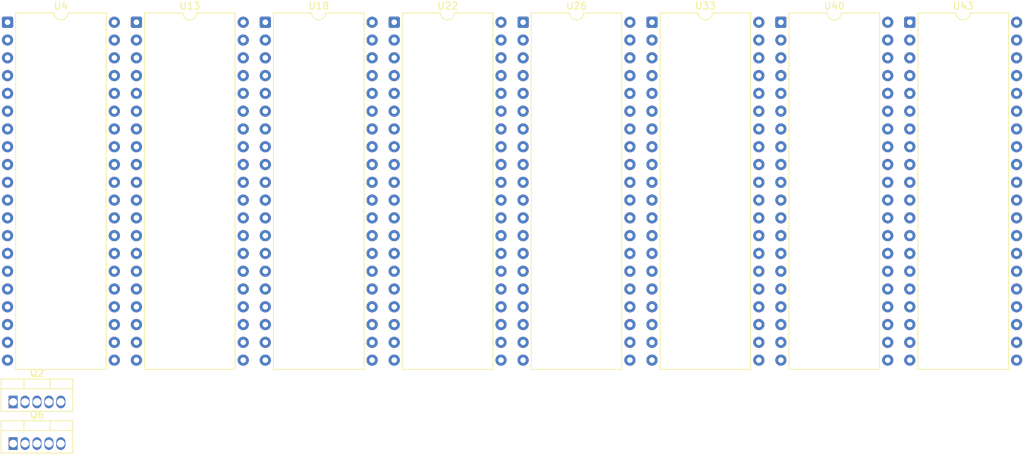
<source format=kicad_pcb>
(kicad_pcb (version 20241229) (generator "pcbnew") (generator_version "9.0")
  (layers (0 "F.Cu" signal) (2 "B.Cu" signal) (13 "F.Paste" user) (15 "B.Paste" user) (5 "F.SilkS" user "F.Silkscreen") (7 "B.SilkS" user "B.Silkscreen") (1 "F.Mask" user) (3 "B.Mask" user) (25 "Edge.Cuts" user))
  (net 0 "")
  (net 1 "HT")
  (net 4 "Net-(Q2-IN)")
  (net 8 "Net-(Q6-DG)")
  (net 10 "Net-(Q6-IN)")
  (net 11 "Net-(U4--5V)")
  (net 18 "Net-(U4-A2)")
  (net 22 "Net-(U4-A4)")
  (net 23 "Net-(U4-A3)")
  (net 24 "Net-(U1-VOUT2)")
  (net 26 "Net-(U4-A0)")
  (net 32 "Net-(U4-D4)")
  (net 37 "Net-(U4-A1)")
  (net 38 "Net-(U4-GND)")
  (net 39 "Net-(U4-D5)")
  (net 41 "Net-(U4-D7)")
  (net 43 "Net-(U4-A6)")
  (net 47 "Net-(U4-D6)")
  (net 48 "Net-(U4-A5)")
  (net 50 "Net-(U4-A7)")
  (net 51 "Net-(U13-ϕ2)")
  (net 57 "Net-(U12-EN)")
  (net 58 "Net-(U13-ϕ1)")
  (net 65 "Net-(U13-READY)")
  (net 66 "Net-(U13-INT)")
  (net 70 "Net-(U13-HOLD)")
  (net 83 "Net-(U13-RESET)")
  (net 94 "Net-(Q1-G)")
  (net 99 "Net-(U17-OUT)")
  (net 112 "Net-(U18-A10)")
  (net 113 "Net-(U17-GND)")
  (net 119 "Net-(U18-A11)")
  (net 132 "Net-(U21-RSTB)")
  (net 137 "Net-(U22--5V)")
  (net 151 "Net-(U21-GND)")
  (net 163 "Net-(U22-GND)")
  (net 174 "Net-(U24-VC)")
  (net 177 "Net-(U26-GND)")
  (net 209 "Net-(U24-VIN)")
  (net 218 "Net-(U33-A0)")
  (net 220 "Net-(U32-VINA)")
  (net 228 "Net-(U33-INT)")
  (net 229 "Net-(U33-READY)")
  (net 235 "Net-(U33-HOLD)")
  (net 249 "Net-(U33-A1)")
  (net 251 "Net-(U39-COM)")
  (net 256 "Net-(U36-GDRV)")
  (net 261 "Net-(U40-+12V)")
  (net 276 "Net-(U40-GND)")
  (net 287 "Net-(U37-VCCB)")
  (net 291 "Net-(U43-READY)")
  (net 298 "Net-(Q7-G)")
  (net 318 "Net-(U43-INT)")
  (footprint "Package_DIP:DIP-40_W15.24mm" (layer "F.Cu") (at 205.26 68.74)
    (property "Reference" "U43" (at 7.62 -2.33 0) (layer "F.SilkS"))
    (property "Value" "8080")
    (fp_line (start 1.16 -1.33) (end 1.16 49.59) (stroke (width 0.12)) (layer "F.SilkS"))
    (fp_line (start 1.16 49.59) (end 14.08 49.59) (stroke (width 0.12)) (layer "F.SilkS"))
    (fp_line (start 6.62 -1.33) (end 1.16 -1.33) (stroke (width 0.12)) (layer "F.SilkS"))
    (fp_line (start 14.08 -1.33) (end 8.62 -1.33) (stroke (width 0.12)) (layer "F.SilkS"))
    (fp_line (start 14.08 49.59) (end 14.08 -1.33) (stroke (width 0.12)) (layer "F.SilkS"))
    (fp_arc (start 8.62 -1.33) (mid 7.62 -0.33) (end 6.62 -1.33) (stroke (width 0.12)) (layer "F.SilkS"))
    (pad "1" thru_hole roundrect (at 0 0) (size 1.6 1.6) (drill 0.8) (layers "*.Cu" "*.Mask") (roundrect_rratio 0.15625))
    (pad "2" thru_hole circle (at 0 2.54) (size 1.6 1.6) (drill 0.8) (layers "*.Cu" "*.Mask"))
    (pad "3" thru_hole circle (at 0 5.08) (size 1.6 1.6) (drill 0.8) (layers "*.Cu" "*.Mask"))
    (pad "4" thru_hole circle (at 0 7.62) (size 1.6 1.6) (drill 0.8) (layers "*.Cu" "*.Mask"))
    (pad "5" thru_hole circle (at 0 10.16) (size 1.6 1.6) (drill 0.8) (layers "*.Cu" "*.Mask"))
    (pad "6" thru_hole circle (at 0 12.7) (size 1.6 1.6) (drill 0.8) (layers "*.Cu" "*.Mask"))
    (pad "7" thru_hole circle (at 0 15.24) (size 1.6 1.6) (drill 0.8) (layers "*.Cu" "*.Mask"))
    (pad "8" thru_hole circle (at 0 17.78) (size 1.6 1.6) (drill 0.8) (layers "*.Cu" "*.Mask"))
    (pad "9" thru_hole circle (at 0 20.32) (size 1.6 1.6) (drill 0.8) (layers "*.Cu" "*.Mask"))
    (pad "10" thru_hole circle (at 0 22.86) (size 1.6 1.6) (drill 0.8) (layers "*.Cu" "*.Mask"))
    (pad "11" thru_hole circle (at 0 25.4) (size 1.6 1.6) (drill 0.8) (layers "*.Cu" "*.Mask"))
    (pad "12" thru_hole circle (at 0 27.94) (size 1.6 1.6) (drill 0.8) (layers "*.Cu" "*.Mask"))
    (pad "13" thru_hole circle (at 0 30.48) (size 1.6 1.6) (drill 0.8) (layers "*.Cu" "*.Mask"))
    (pad "14" thru_hole circle (at 0 33.02) (size 1.6 1.6) (drill 0.8) (layers "*.Cu" "*.Mask") (net 318 "Net-(U43-INT)"))
    (pad "15" thru_hole circle (at 0 35.56) (size 1.6 1.6) (drill 0.8) (layers "*.Cu" "*.Mask"))
    (pad "16" thru_hole circle (at 0 38.1) (size 1.6 1.6) (drill 0.8) (layers "*.Cu" "*.Mask"))
    (pad "17" thru_hole circle (at 0 40.64) (size 1.6 1.6) (drill 0.8) (layers "*.Cu" "*.Mask"))
    (pad "18" thru_hole circle (at 0 43.18) (size 1.6 1.6) (drill 0.8) (layers "*.Cu" "*.Mask"))
    (pad "19" thru_hole circle (at 0 45.72) (size 1.6 1.6) (drill 0.8) (layers "*.Cu" "*.Mask"))
    (pad "20" thru_hole circle (at 0 48.26) (size 1.6 1.6) (drill 0.8) (layers "*.Cu" "*.Mask"))
    (pad "21" thru_hole circle (at 15.24 48.26) (size 1.6 1.6) (drill 0.8) (layers "*.Cu" "*.Mask"))
    (pad "22" thru_hole circle (at 15.24 45.72) (size 1.6 1.6) (drill 0.8) (layers "*.Cu" "*.Mask"))
    (pad "23" thru_hole circle (at 15.24 43.18) (size 1.6 1.6) (drill 0.8) (layers "*.Cu" "*.Mask") (net 291 "Net-(U43-READY)"))
    (pad "24" thru_hole circle (at 15.24 40.64) (size 1.6 1.6) (drill 0.8) (layers "*.Cu" "*.Mask"))
    (pad "25" thru_hole circle (at 15.24 38.1) (size 1.6 1.6) (drill 0.8) (layers "*.Cu" "*.Mask") (net 298 "Net-(Q7-G)"))
    (pad "26" thru_hole circle (at 15.24 35.56) (size 1.6 1.6) (drill 0.8) (layers "*.Cu" "*.Mask") (net 298 "Net-(Q7-G)"))
    (pad "27" thru_hole circle (at 15.24 33.02) (size 1.6 1.6) (drill 0.8) (layers "*.Cu" "*.Mask"))
    (pad "28" thru_hole circle (at 15.24 30.48) (size 1.6 1.6) (drill 0.8) (layers "*.Cu" "*.Mask"))
    (pad "29" thru_hole circle (at 15.24 27.94) (size 1.6 1.6) (drill 0.8) (layers "*.Cu" "*.Mask"))
    (pad "30" thru_hole circle (at 15.24 25.4) (size 1.6 1.6) (drill 0.8) (layers "*.Cu" "*.Mask"))
    (pad "31" thru_hole circle (at 15.24 22.86) (size 1.6 1.6) (drill 0.8) (layers "*.Cu" "*.Mask"))
    (pad "32" thru_hole circle (at 15.24 20.32) (size 1.6 1.6) (drill 0.8) (layers "*.Cu" "*.Mask"))
    (pad "33" thru_hole circle (at 15.24 17.78) (size 1.6 1.6) (drill 0.8) (layers "*.Cu" "*.Mask"))
    (pad "34" thru_hole circle (at 15.24 15.24) (size 1.6 1.6) (drill 0.8) (layers "*.Cu" "*.Mask"))
    (pad "35" thru_hole circle (at 15.24 12.7) (size 1.6 1.6) (drill 0.8) (layers "*.Cu" "*.Mask"))
    (pad "36" thru_hole circle (at 15.24 10.16) (size 1.6 1.6) (drill 0.8) (layers "*.Cu" "*.Mask"))
    (pad "37" thru_hole circle (at 15.24 7.62) (size 1.6 1.6) (drill 0.8) (layers "*.Cu" "*.Mask"))
    (pad "38" thru_hole circle (at 15.24 5.08) (size 1.6 1.6) (drill 0.8) (layers "*.Cu" "*.Mask"))
    (pad "39" thru_hole circle (at 15.24 2.54) (size 1.6 1.6) (drill 0.8) (layers "*.Cu" "*.Mask"))
    (pad "40" thru_hole circle (at 15.24 0) (size 1.6 1.6) (drill 0.8) (layers "*.Cu" "*.Mask"))
  )
  (footprint "Package_TO_SOT_THT:TO-220-5_Vertical" (layer "F.Cu") (at 77.33 122.97)
    (property "Reference" "Q2" (at 3.4 -4.1 0) (layer "F.SilkS"))
    (property "Value" "IPS6011PBF")
    (fp_line (start -1.71 -3.26) (end 8.51 -3.26) (stroke (width 0.12)) (layer "F.SilkS"))
    (fp_line (start -1.71 -1.88) (end 8.51 -1.88) (stroke (width 0.12)) (layer "F.SilkS"))
    (fp_line (start -1.71 1.36) (end -1.71 -3.26) (stroke (width 0.12)) (layer "F.SilkS"))
    (fp_line (start 1.55 -3.26) (end 1.55 -1.88) (stroke (width 0.12)) (layer "F.SilkS"))
    (fp_line (start 5.25 -3.26) (end 5.25 -1.88) (stroke (width 0.12)) (layer "F.SilkS"))
    (fp_line (start 8.51 -3.26) (end 8.51 1.36) (stroke (width 0.12)) (layer "F.SilkS"))
    (fp_line (start 8.51 1.36) (end -1.71 1.36) (stroke (width 0.12)) (layer "F.SilkS"))
    (pad "1" thru_hole rect (at 0 0) (size 1.275 1.8) (drill 1.1) (layers "*.Cu" "*.Mask"))
    (pad "2" thru_hole oval (at 1.7 0) (size 1.275 1.8) (drill 1.1) (layers "*.Cu" "*.Mask") (net 4 "Net-(Q2-IN)"))
    (pad "3" thru_hole oval (at 3.4 0) (size 1.275 1.8) (drill 1.1) (layers "*.Cu" "*.Mask") (net 1 "HT"))
    (pad "4" thru_hole oval (at 5.1 0) (size 1.275 1.8) (drill 1.1) (layers "*.Cu" "*.Mask"))
    (pad "5" thru_hole oval (at 6.8 0) (size 1.275 1.8) (drill 1.1) (layers "*.Cu" "*.Mask"))
  )
  (footprint "Package_DIP:DIP-40_W15.24mm" (layer "F.Cu") (at 113.31 68.74)
    (property "Reference" "U18" (at 7.62 -2.33 0) (layer "F.SilkS"))
    (property "Value" "8080")
    (fp_line (start 1.16 -1.33) (end 1.16 49.59) (stroke (width 0.12)) (layer "F.SilkS"))
    (fp_line (start 1.16 49.59) (end 14.08 49.59) (stroke (width 0.12)) (layer "F.SilkS"))
    (fp_line (start 6.62 -1.33) (end 1.16 -1.33) (stroke (width 0.12)) (layer "F.SilkS"))
    (fp_line (start 14.08 -1.33) (end 8.62 -1.33) (stroke (width 0.12)) (layer "F.SilkS"))
    (fp_line (start 14.08 49.59) (end 14.08 -1.33) (stroke (width 0.12)) (layer "F.SilkS"))
    (fp_arc (start 8.62 -1.33) (mid 7.62 -0.33) (end 6.62 -1.33) (stroke (width 0.12)) (layer "F.SilkS"))
    (pad "1" thru_hole roundrect (at 0 0) (size 1.6 1.6) (drill 0.8) (layers "*.Cu" "*.Mask") (roundrect_rratio 0.15625) (net 112 "Net-(U18-A10)"))
    (pad "2" thru_hole circle (at 0 2.54) (size 1.6 1.6) (drill 0.8) (layers "*.Cu" "*.Mask") (net 99 "Net-(U17-OUT)"))
    (pad "3" thru_hole circle (at 0 5.08) (size 1.6 1.6) (drill 0.8) (layers "*.Cu" "*.Mask"))
    (pad "4" thru_hole circle (at 0 7.62) (size 1.6 1.6) (drill 0.8) (layers "*.Cu" "*.Mask"))
    (pad "5" thru_hole circle (at 0 10.16) (size 1.6 1.6) (drill 0.8) (layers "*.Cu" "*.Mask"))
    (pad "6" thru_hole circle (at 0 12.7) (size 1.6 1.6) (drill 0.8) (layers "*.Cu" "*.Mask"))
    (pad "7" thru_hole circle (at 0 15.24) (size 1.6 1.6) (drill 0.8) (layers "*.Cu" "*.Mask"))
    (pad "8" thru_hole circle (at 0 17.78) (size 1.6 1.6) (drill 0.8) (layers "*.Cu" "*.Mask"))
    (pad "9" thru_hole circle (at 0 20.32) (size 1.6 1.6) (drill 0.8) (layers "*.Cu" "*.Mask"))
    (pad "10" thru_hole circle (at 0 22.86) (size 1.6 1.6) (drill 0.8) (layers "*.Cu" "*.Mask"))
    (pad "11" thru_hole circle (at 0 25.4) (size 1.6 1.6) (drill 0.8) (layers "*.Cu" "*.Mask") (net 113 "Net-(U17-GND)"))
    (pad "12" thru_hole circle (at 0 27.94) (size 1.6 1.6) (drill 0.8) (layers "*.Cu" "*.Mask"))
    (pad "13" thru_hole circle (at 0 30.48) (size 1.6 1.6) (drill 0.8) (layers "*.Cu" "*.Mask"))
    (pad "14" thru_hole circle (at 0 33.02) (size 1.6 1.6) (drill 0.8) (layers "*.Cu" "*.Mask"))
    (pad "15" thru_hole circle (at 0 35.56) (size 1.6 1.6) (drill 0.8) (layers "*.Cu" "*.Mask"))
    (pad "16" thru_hole circle (at 0 38.1) (size 1.6 1.6) (drill 0.8) (layers "*.Cu" "*.Mask"))
    (pad "17" thru_hole circle (at 0 40.64) (size 1.6 1.6) (drill 0.8) (layers "*.Cu" "*.Mask") (net 94 "Net-(Q1-G)"))
    (pad "18" thru_hole circle (at 0 43.18) (size 1.6 1.6) (drill 0.8) (layers "*.Cu" "*.Mask"))
    (pad "19" thru_hole circle (at 0 45.72) (size 1.6 1.6) (drill 0.8) (layers "*.Cu" "*.Mask"))
    (pad "20" thru_hole circle (at 0 48.26) (size 1.6 1.6) (drill 0.8) (layers "*.Cu" "*.Mask"))
    (pad "21" thru_hole circle (at 15.24 48.26) (size 1.6 1.6) (drill 0.8) (layers "*.Cu" "*.Mask"))
    (pad "22" thru_hole circle (at 15.24 45.72) (size 1.6 1.6) (drill 0.8) (layers "*.Cu" "*.Mask"))
    (pad "23" thru_hole circle (at 15.24 43.18) (size 1.6 1.6) (drill 0.8) (layers "*.Cu" "*.Mask"))
    (pad "24" thru_hole circle (at 15.24 40.64) (size 1.6 1.6) (drill 0.8) (layers "*.Cu" "*.Mask"))
    (pad "25" thru_hole circle (at 15.24 38.1) (size 1.6 1.6) (drill 0.8) (layers "*.Cu" "*.Mask"))
    (pad "26" thru_hole circle (at 15.24 35.56) (size 1.6 1.6) (drill 0.8) (layers "*.Cu" "*.Mask"))
    (pad "27" thru_hole circle (at 15.24 33.02) (size 1.6 1.6) (drill 0.8) (layers "*.Cu" "*.Mask"))
    (pad "28" thru_hole circle (at 15.24 30.48) (size 1.6 1.6) (drill 0.8) (layers "*.Cu" "*.Mask"))
    (pad "29" thru_hole circle (at 15.24 27.94) (size 1.6 1.6) (drill 0.8) (layers "*.Cu" "*.Mask"))
    (pad "30" thru_hole circle (at 15.24 25.4) (size 1.6 1.6) (drill 0.8) (layers "*.Cu" "*.Mask"))
    (pad "31" thru_hole circle (at 15.24 22.86) (size 1.6 1.6) (drill 0.8) (layers "*.Cu" "*.Mask"))
    (pad "32" thru_hole circle (at 15.24 20.32) (size 1.6 1.6) (drill 0.8) (layers "*.Cu" "*.Mask"))
    (pad "33" thru_hole circle (at 15.24 17.78) (size 1.6 1.6) (drill 0.8) (layers "*.Cu" "*.Mask"))
    (pad "34" thru_hole circle (at 15.24 15.24) (size 1.6 1.6) (drill 0.8) (layers "*.Cu" "*.Mask"))
    (pad "35" thru_hole circle (at 15.24 12.7) (size 1.6 1.6) (drill 0.8) (layers "*.Cu" "*.Mask"))
    (pad "36" thru_hole circle (at 15.24 10.16) (size 1.6 1.6) (drill 0.8) (layers "*.Cu" "*.Mask"))
    (pad "37" thru_hole circle (at 15.24 7.62) (size 1.6 1.6) (drill 0.8) (layers "*.Cu" "*.Mask"))
    (pad "38" thru_hole circle (at 15.24 5.08) (size 1.6 1.6) (drill 0.8) (layers "*.Cu" "*.Mask"))
    (pad "39" thru_hole circle (at 15.24 2.54) (size 1.6 1.6) (drill 0.8) (layers "*.Cu" "*.Mask"))
    (pad "40" thru_hole circle (at 15.24 0) (size 1.6 1.6) (drill 0.8) (layers "*.Cu" "*.Mask") (net 119 "Net-(U18-A11)"))
  )
  (footprint "Package_DIP:DIP-40_W15.24mm" (layer "F.Cu") (at 150.09 68.74)
    (property "Reference" "U26" (at 7.62 -2.33 0) (layer "F.SilkS"))
    (property "Value" "8080")
    (fp_line (start 1.16 -1.33) (end 1.16 49.59) (stroke (width 0.12)) (layer "F.SilkS"))
    (fp_line (start 1.16 49.59) (end 14.08 49.59) (stroke (width 0.12)) (layer "F.SilkS"))
    (fp_line (start 6.62 -1.33) (end 1.16 -1.33) (stroke (width 0.12)) (layer "F.SilkS"))
    (fp_line (start 14.08 -1.33) (end 8.62 -1.33) (stroke (width 0.12)) (layer "F.SilkS"))
    (fp_line (start 14.08 49.59) (end 14.08 -1.33) (stroke (width 0.12)) (layer "F.SilkS"))
    (fp_arc (start 8.62 -1.33) (mid 7.62 -0.33) (end 6.62 -1.33) (stroke (width 0.12)) (layer "F.SilkS"))
    (pad "1" thru_hole roundrect (at 0 0) (size 1.6 1.6) (drill 0.8) (layers "*.Cu" "*.Mask") (roundrect_rratio 0.15625))
    (pad "2" thru_hole circle (at 0 2.54) (size 1.6 1.6) (drill 0.8) (layers "*.Cu" "*.Mask") (net 177 "Net-(U26-GND)"))
    (pad "3" thru_hole circle (at 0 5.08) (size 1.6 1.6) (drill 0.8) (layers "*.Cu" "*.Mask"))
    (pad "4" thru_hole circle (at 0 7.62) (size 1.6 1.6) (drill 0.8) (layers "*.Cu" "*.Mask"))
    (pad "5" thru_hole circle (at 0 10.16) (size 1.6 1.6) (drill 0.8) (layers "*.Cu" "*.Mask"))
    (pad "6" thru_hole circle (at 0 12.7) (size 1.6 1.6) (drill 0.8) (layers "*.Cu" "*.Mask"))
    (pad "7" thru_hole circle (at 0 15.24) (size 1.6 1.6) (drill 0.8) (layers "*.Cu" "*.Mask"))
    (pad "8" thru_hole circle (at 0 17.78) (size 1.6 1.6) (drill 0.8) (layers "*.Cu" "*.Mask"))
    (pad "9" thru_hole circle (at 0 20.32) (size 1.6 1.6) (drill 0.8) (layers "*.Cu" "*.Mask"))
    (pad "10" thru_hole circle (at 0 22.86) (size 1.6 1.6) (drill 0.8) (layers "*.Cu" "*.Mask"))
    (pad "11" thru_hole circle (at 0 25.4) (size 1.6 1.6) (drill 0.8) (layers "*.Cu" "*.Mask"))
    (pad "12" thru_hole circle (at 0 27.94) (size 1.6 1.6) (drill 0.8) (layers "*.Cu" "*.Mask"))
    (pad "13" thru_hole circle (at 0 30.48) (size 1.6 1.6) (drill 0.8) (layers "*.Cu" "*.Mask"))
    (pad "14" thru_hole circle (at 0 33.02) (size 1.6 1.6) (drill 0.8) (layers "*.Cu" "*.Mask"))
    (pad "15" thru_hole circle (at 0 35.56) (size 1.6 1.6) (drill 0.8) (layers "*.Cu" "*.Mask"))
    (pad "16" thru_hole circle (at 0 38.1) (size 1.6 1.6) (drill 0.8) (layers "*.Cu" "*.Mask"))
    (pad "17" thru_hole circle (at 0 40.64) (size 1.6 1.6) (drill 0.8) (layers "*.Cu" "*.Mask"))
    (pad "18" thru_hole circle (at 0 43.18) (size 1.6 1.6) (drill 0.8) (layers "*.Cu" "*.Mask"))
    (pad "19" thru_hole circle (at 0 45.72) (size 1.6 1.6) (drill 0.8) (layers "*.Cu" "*.Mask"))
    (pad "20" thru_hole circle (at 0 48.26) (size 1.6 1.6) (drill 0.8) (layers "*.Cu" "*.Mask") (net 209 "Net-(U24-VIN)"))
    (pad "21" thru_hole circle (at 15.24 48.26) (size 1.6 1.6) (drill 0.8) (layers "*.Cu" "*.Mask"))
    (pad "22" thru_hole circle (at 15.24 45.72) (size 1.6 1.6) (drill 0.8) (layers "*.Cu" "*.Mask"))
    (pad "23" thru_hole circle (at 15.24 43.18) (size 1.6 1.6) (drill 0.8) (layers "*.Cu" "*.Mask"))
    (pad "24" thru_hole circle (at 15.24 40.64) (size 1.6 1.6) (drill 0.8) (layers "*.Cu" "*.Mask"))
    (pad "25" thru_hole circle (at 15.24 38.1) (size 1.6 1.6) (drill 0.8) (layers "*.Cu" "*.Mask"))
    (pad "26" thru_hole circle (at 15.24 35.56) (size 1.6 1.6) (drill 0.8) (layers "*.Cu" "*.Mask"))
    (pad "27" thru_hole circle (at 15.24 33.02) (size 1.6 1.6) (drill 0.8) (layers "*.Cu" "*.Mask"))
    (pad "28" thru_hole circle (at 15.24 30.48) (size 1.6 1.6) (drill 0.8) (layers "*.Cu" "*.Mask") (net 174 "Net-(U24-VC)"))
    (pad "29" thru_hole circle (at 15.24 27.94) (size 1.6 1.6) (drill 0.8) (layers "*.Cu" "*.Mask"))
    (pad "30" thru_hole circle (at 15.24 25.4) (size 1.6 1.6) (drill 0.8) (layers "*.Cu" "*.Mask"))
    (pad "31" thru_hole circle (at 15.24 22.86) (size 1.6 1.6) (drill 0.8) (layers "*.Cu" "*.Mask"))
    (pad "32" thru_hole circle (at 15.24 20.32) (size 1.6 1.6) (drill 0.8) (layers "*.Cu" "*.Mask"))
    (pad "33" thru_hole circle (at 15.24 17.78) (size 1.6 1.6) (drill 0.8) (layers "*.Cu" "*.Mask"))
    (pad "34" thru_hole circle (at 15.24 15.24) (size 1.6 1.6) (drill 0.8) (layers "*.Cu" "*.Mask"))
    (pad "35" thru_hole circle (at 15.24 12.7) (size 1.6 1.6) (drill 0.8) (layers "*.Cu" "*.Mask"))
    (pad "36" thru_hole circle (at 15.24 10.16) (size 1.6 1.6) (drill 0.8) (layers "*.Cu" "*.Mask"))
    (pad "37" thru_hole circle (at 15.24 7.62) (size 1.6 1.6) (drill 0.8) (layers "*.Cu" "*.Mask"))
    (pad "38" thru_hole circle (at 15.24 5.08) (size 1.6 1.6) (drill 0.8) (layers "*.Cu" "*.Mask"))
    (pad "39" thru_hole circle (at 15.24 2.54) (size 1.6 1.6) (drill 0.8) (layers "*.Cu" "*.Mask"))
    (pad "40" thru_hole circle (at 15.24 0) (size 1.6 1.6) (drill 0.8) (layers "*.Cu" "*.Mask"))
  )
  (footprint "Package_DIP:DIP-40_W15.24mm" (layer "F.Cu") (at 94.92 68.74)
    (property "Reference" "U13" (at 7.62 -2.33 0) (layer "F.SilkS"))
    (property "Value" "8080")
    (fp_line (start 1.16 -1.33) (end 1.16 49.59) (stroke (width 0.12)) (layer "F.SilkS"))
    (fp_line (start 1.16 49.59) (end 14.08 49.59) (stroke (width 0.12)) (layer "F.SilkS"))
    (fp_line (start 6.62 -1.33) (end 1.16 -1.33) (stroke (width 0.12)) (layer "F.SilkS"))
    (fp_line (start 14.08 -1.33) (end 8.62 -1.33) (stroke (width 0.12)) (layer "F.SilkS"))
    (fp_line (start 14.08 49.59) (end 14.08 -1.33) (stroke (width 0.12)) (layer "F.SilkS"))
    (fp_arc (start 8.62 -1.33) (mid 7.62 -0.33) (end 6.62 -1.33) (stroke (width 0.12)) (layer "F.SilkS"))
    (pad "1" thru_hole roundrect (at 0 0) (size 1.6 1.6) (drill 0.8) (layers "*.Cu" "*.Mask") (roundrect_rratio 0.15625))
    (pad "2" thru_hole circle (at 0 2.54) (size 1.6 1.6) (drill 0.8) (layers "*.Cu" "*.Mask"))
    (pad "3" thru_hole circle (at 0 5.08) (size 1.6 1.6) (drill 0.8) (layers "*.Cu" "*.Mask"))
    (pad "4" thru_hole circle (at 0 7.62) (size 1.6 1.6) (drill 0.8) (layers "*.Cu" "*.Mask"))
    (pad "5" thru_hole circle (at 0 10.16) (size 1.6 1.6) (drill 0.8) (layers "*.Cu" "*.Mask"))
    (pad "6" thru_hole circle (at 0 12.7) (size 1.6 1.6) (drill 0.8) (layers "*.Cu" "*.Mask"))
    (pad "7" thru_hole circle (at 0 15.24) (size 1.6 1.6) (drill 0.8) (layers "*.Cu" "*.Mask"))
    (pad "8" thru_hole circle (at 0 17.78) (size 1.6 1.6) (drill 0.8) (layers "*.Cu" "*.Mask"))
    (pad "9" thru_hole circle (at 0 20.32) (size 1.6 1.6) (drill 0.8) (layers "*.Cu" "*.Mask"))
    (pad "10" thru_hole circle (at 0 22.86) (size 1.6 1.6) (drill 0.8) (layers "*.Cu" "*.Mask"))
    (pad "11" thru_hole circle (at 0 25.4) (size 1.6 1.6) (drill 0.8) (layers "*.Cu" "*.Mask"))
    (pad "12" thru_hole circle (at 0 27.94) (size 1.6 1.6) (drill 0.8) (layers "*.Cu" "*.Mask") (net 83 "Net-(U13-RESET)"))
    (pad "13" thru_hole circle (at 0 30.48) (size 1.6 1.6) (drill 0.8) (layers "*.Cu" "*.Mask") (net 70 "Net-(U13-HOLD)"))
    (pad "14" thru_hole circle (at 0 33.02) (size 1.6 1.6) (drill 0.8) (layers "*.Cu" "*.Mask") (net 66 "Net-(U13-INT)"))
    (pad "15" thru_hole circle (at 0 35.56) (size 1.6 1.6) (drill 0.8) (layers "*.Cu" "*.Mask") (net 51 "Net-(U13-ϕ2)"))
    (pad "16" thru_hole circle (at 0 38.1) (size 1.6 1.6) (drill 0.8) (layers "*.Cu" "*.Mask"))
    (pad "17" thru_hole circle (at 0 40.64) (size 1.6 1.6) (drill 0.8) (layers "*.Cu" "*.Mask"))
    (pad "18" thru_hole circle (at 0 43.18) (size 1.6 1.6) (drill 0.8) (layers "*.Cu" "*.Mask"))
    (pad "19" thru_hole circle (at 0 45.72) (size 1.6 1.6) (drill 0.8) (layers "*.Cu" "*.Mask"))
    (pad "20" thru_hole circle (at 0 48.26) (size 1.6 1.6) (drill 0.8) (layers "*.Cu" "*.Mask") (net 57 "Net-(U12-EN)"))
    (pad "21" thru_hole circle (at 15.24 48.26) (size 1.6 1.6) (drill 0.8) (layers "*.Cu" "*.Mask"))
    (pad "22" thru_hole circle (at 15.24 45.72) (size 1.6 1.6) (drill 0.8) (layers "*.Cu" "*.Mask") (net 58 "Net-(U13-ϕ1)"))
    (pad "23" thru_hole circle (at 15.24 43.18) (size 1.6 1.6) (drill 0.8) (layers "*.Cu" "*.Mask") (net 65 "Net-(U13-READY)"))
    (pad "24" thru_hole circle (at 15.24 40.64) (size 1.6 1.6) (drill 0.8) (layers "*.Cu" "*.Mask"))
    (pad "25" thru_hole circle (at 15.24 38.1) (size 1.6 1.6) (drill 0.8) (layers "*.Cu" "*.Mask"))
    (pad "26" thru_hole circle (at 15.24 35.56) (size 1.6 1.6) (drill 0.8) (layers "*.Cu" "*.Mask"))
    (pad "27" thru_hole circle (at 15.24 33.02) (size 1.6 1.6) (drill 0.8) (layers "*.Cu" "*.Mask"))
    (pad "28" thru_hole circle (at 15.24 30.48) (size 1.6 1.6) (drill 0.8) (layers "*.Cu" "*.Mask"))
    (pad "29" thru_hole circle (at 15.24 27.94) (size 1.6 1.6) (drill 0.8) (layers "*.Cu" "*.Mask"))
    (pad "30" thru_hole circle (at 15.24 25.4) (size 1.6 1.6) (drill 0.8) (layers "*.Cu" "*.Mask"))
    (pad "31" thru_hole circle (at 15.24 22.86) (size 1.6 1.6) (drill 0.8) (layers "*.Cu" "*.Mask"))
    (pad "32" thru_hole circle (at 15.24 20.32) (size 1.6 1.6) (drill 0.8) (layers "*.Cu" "*.Mask"))
    (pad "33" thru_hole circle (at 15.24 17.78) (size 1.6 1.6) (drill 0.8) (layers "*.Cu" "*.Mask"))
    (pad "34" thru_hole circle (at 15.24 15.24) (size 1.6 1.6) (drill 0.8) (layers "*.Cu" "*.Mask"))
    (pad "35" thru_hole circle (at 15.24 12.7) (size 1.6 1.6) (drill 0.8) (layers "*.Cu" "*.Mask"))
    (pad "36" thru_hole circle (at 15.24 10.16) (size 1.6 1.6) (drill 0.8) (layers "*.Cu" "*.Mask"))
    (pad "37" thru_hole circle (at 15.24 7.62) (size 1.6 1.6) (drill 0.8) (layers "*.Cu" "*.Mask"))
    (pad "38" thru_hole circle (at 15.24 5.08) (size 1.6 1.6) (drill 0.8) (layers "*.Cu" "*.Mask"))
    (pad "39" thru_hole circle (at 15.24 2.54) (size 1.6 1.6) (drill 0.8) (layers "*.Cu" "*.Mask"))
    (pad "40" thru_hole circle (at 15.24 0) (size 1.6 1.6) (drill 0.8) (layers "*.Cu" "*.Mask"))
  )
  (footprint "Package_DIP:DIP-40_W15.24mm" (layer "F.Cu") (at 186.87 68.74)
    (property "Reference" "U40" (at 7.62 -2.33 0) (layer "F.SilkS"))
    (property "Value" "8080")
    (fp_line (start 1.16 -1.33) (end 1.16 49.59) (stroke (width 0.12)) (layer "F.SilkS"))
    (fp_line (start 1.16 49.59) (end 14.08 49.59) (stroke (width 0.12)) (layer "F.SilkS"))
    (fp_line (start 6.62 -1.33) (end 1.16 -1.33) (stroke (width 0.12)) (layer "F.SilkS"))
    (fp_line (start 14.08 -1.33) (end 8.62 -1.33) (stroke (width 0.12)) (layer "F.SilkS"))
    (fp_line (start 14.08 49.59) (end 14.08 -1.33) (stroke (width 0.12)) (layer "F.SilkS"))
    (fp_arc (start 8.62 -1.33) (mid 7.62 -0.33) (end 6.62 -1.33) (stroke (width 0.12)) (layer "F.SilkS"))
    (pad "1" thru_hole roundrect (at 0 0) (size 1.6 1.6) (drill 0.8) (layers "*.Cu" "*.Mask") (roundrect_rratio 0.15625))
    (pad "2" thru_hole circle (at 0 2.54) (size 1.6 1.6) (drill 0.8) (layers "*.Cu" "*.Mask") (net 276 "Net-(U40-GND)"))
    (pad "3" thru_hole circle (at 0 5.08) (size 1.6 1.6) (drill 0.8) (layers "*.Cu" "*.Mask"))
    (pad "4" thru_hole circle (at 0 7.62) (size 1.6 1.6) (drill 0.8) (layers "*.Cu" "*.Mask"))
    (pad "5" thru_hole circle (at 0 10.16) (size 1.6 1.6) (drill 0.8) (layers "*.Cu" "*.Mask"))
    (pad "6" thru_hole circle (at 0 12.7) (size 1.6 1.6) (drill 0.8) (layers "*.Cu" "*.Mask"))
    (pad "7" thru_hole circle (at 0 15.24) (size 1.6 1.6) (drill 0.8) (layers "*.Cu" "*.Mask"))
    (pad "8" thru_hole circle (at 0 17.78) (size 1.6 1.6) (drill 0.8) (layers "*.Cu" "*.Mask"))
    (pad "9" thru_hole circle (at 0 20.32) (size 1.6 1.6) (drill 0.8) (layers "*.Cu" "*.Mask"))
    (pad "10" thru_hole circle (at 0 22.86) (size 1.6 1.6) (drill 0.8) (layers "*.Cu" "*.Mask"))
    (pad "11" thru_hole circle (at 0 25.4) (size 1.6 1.6) (drill 0.8) (layers "*.Cu" "*.Mask"))
    (pad "12" thru_hole circle (at 0 27.94) (size 1.6 1.6) (drill 0.8) (layers "*.Cu" "*.Mask"))
    (pad "13" thru_hole circle (at 0 30.48) (size 1.6 1.6) (drill 0.8) (layers "*.Cu" "*.Mask"))
    (pad "14" thru_hole circle (at 0 33.02) (size 1.6 1.6) (drill 0.8) (layers "*.Cu" "*.Mask"))
    (pad "15" thru_hole circle (at 0 35.56) (size 1.6 1.6) (drill 0.8) (layers "*.Cu" "*.Mask") (net 287 "Net-(U37-VCCB)"))
    (pad "16" thru_hole circle (at 0 38.1) (size 1.6 1.6) (drill 0.8) (layers "*.Cu" "*.Mask"))
    (pad "17" thru_hole circle (at 0 40.64) (size 1.6 1.6) (drill 0.8) (layers "*.Cu" "*.Mask"))
    (pad "18" thru_hole circle (at 0 43.18) (size 1.6 1.6) (drill 0.8) (layers "*.Cu" "*.Mask"))
    (pad "19" thru_hole circle (at 0 45.72) (size 1.6 1.6) (drill 0.8) (layers "*.Cu" "*.Mask"))
    (pad "20" thru_hole circle (at 0 48.26) (size 1.6 1.6) (drill 0.8) (layers "*.Cu" "*.Mask") (net 251 "Net-(U39-COM)"))
    (pad "21" thru_hole circle (at 15.24 48.26) (size 1.6 1.6) (drill 0.8) (layers "*.Cu" "*.Mask"))
    (pad "22" thru_hole circle (at 15.24 45.72) (size 1.6 1.6) (drill 0.8) (layers "*.Cu" "*.Mask") (net 256 "Net-(U36-GDRV)"))
    (pad "23" thru_hole circle (at 15.24 43.18) (size 1.6 1.6) (drill 0.8) (layers "*.Cu" "*.Mask"))
    (pad "24" thru_hole circle (at 15.24 40.64) (size 1.6 1.6) (drill 0.8) (layers "*.Cu" "*.Mask"))
    (pad "25" thru_hole circle (at 15.24 38.1) (size 1.6 1.6) (drill 0.8) (layers "*.Cu" "*.Mask"))
    (pad "26" thru_hole circle (at 15.24 35.56) (size 1.6 1.6) (drill 0.8) (layers "*.Cu" "*.Mask"))
    (pad "27" thru_hole circle (at 15.24 33.02) (size 1.6 1.6) (drill 0.8) (layers "*.Cu" "*.Mask"))
    (pad "28" thru_hole circle (at 15.24 30.48) (size 1.6 1.6) (drill 0.8) (layers "*.Cu" "*.Mask") (net 261 "Net-(U40-+12V)"))
    (pad "29" thru_hole circle (at 15.24 27.94) (size 1.6 1.6) (drill 0.8) (layers "*.Cu" "*.Mask"))
    (pad "30" thru_hole circle (at 15.24 25.4) (size 1.6 1.6) (drill 0.8) (layers "*.Cu" "*.Mask"))
    (pad "31" thru_hole circle (at 15.24 22.86) (size 1.6 1.6) (drill 0.8) (layers "*.Cu" "*.Mask"))
    (pad "32" thru_hole circle (at 15.24 20.32) (size 1.6 1.6) (drill 0.8) (layers "*.Cu" "*.Mask"))
    (pad "33" thru_hole circle (at 15.24 17.78) (size 1.6 1.6) (drill 0.8) (layers "*.Cu" "*.Mask"))
    (pad "34" thru_hole circle (at 15.24 15.24) (size 1.6 1.6) (drill 0.8) (layers "*.Cu" "*.Mask"))
    (pad "35" thru_hole circle (at 15.24 12.7) (size 1.6 1.6) (drill 0.8) (layers "*.Cu" "*.Mask"))
    (pad "36" thru_hole circle (at 15.24 10.16) (size 1.6 1.6) (drill 0.8) (layers "*.Cu" "*.Mask"))
    (pad "37" thru_hole circle (at 15.24 7.62) (size 1.6 1.6) (drill 0.8) (layers "*.Cu" "*.Mask"))
    (pad "38" thru_hole circle (at 15.24 5.08) (size 1.6 1.6) (drill 0.8) (layers "*.Cu" "*.Mask"))
    (pad "39" thru_hole circle (at 15.24 2.54) (size 1.6 1.6) (drill 0.8) (layers "*.Cu" "*.Mask"))
    (pad "40" thru_hole circle (at 15.24 0) (size 1.6 1.6) (drill 0.8) (layers "*.Cu" "*.Mask"))
  )
  (footprint "Package_DIP:DIP-40_W15.24mm" (layer "F.Cu") (at 131.7 68.74)
    (property "Reference" "U22" (at 7.62 -2.33 0) (layer "F.SilkS"))
    (property "Value" "8080")
    (fp_line (start 1.16 -1.33) (end 1.16 49.59) (stroke (width 0.12)) (layer "F.SilkS"))
    (fp_line (start 1.16 49.59) (end 14.08 49.59) (stroke (width 0.12)) (layer "F.SilkS"))
    (fp_line (start 6.62 -1.33) (end 1.16 -1.33) (stroke (width 0.12)) (layer "F.SilkS"))
    (fp_line (start 14.08 -1.33) (end 8.62 -1.33) (stroke (width 0.12)) (layer "F.SilkS"))
    (fp_line (start 14.08 49.59) (end 14.08 -1.33) (stroke (width 0.12)) (layer "F.SilkS"))
    (fp_arc (start 8.62 -1.33) (mid 7.62 -0.33) (end 6.62 -1.33) (stroke (width 0.12)) (layer "F.SilkS"))
    (pad "1" thru_hole roundrect (at 0 0) (size 1.6 1.6) (drill 0.8) (layers "*.Cu" "*.Mask") (roundrect_rratio 0.15625))
    (pad "2" thru_hole circle (at 0 2.54) (size 1.6 1.6) (drill 0.8) (layers "*.Cu" "*.Mask") (net 163 "Net-(U22-GND)"))
    (pad "3" thru_hole circle (at 0 5.08) (size 1.6 1.6) (drill 0.8) (layers "*.Cu" "*.Mask"))
    (pad "4" thru_hole circle (at 0 7.62) (size 1.6 1.6) (drill 0.8) (layers "*.Cu" "*.Mask"))
    (pad "5" thru_hole circle (at 0 10.16) (size 1.6 1.6) (drill 0.8) (layers "*.Cu" "*.Mask"))
    (pad "6" thru_hole circle (at 0 12.7) (size 1.6 1.6) (drill 0.8) (layers "*.Cu" "*.Mask"))
    (pad "7" thru_hole circle (at 0 15.24) (size 1.6 1.6) (drill 0.8) (layers "*.Cu" "*.Mask"))
    (pad "8" thru_hole circle (at 0 17.78) (size 1.6 1.6) (drill 0.8) (layers "*.Cu" "*.Mask"))
    (pad "9" thru_hole circle (at 0 20.32) (size 1.6 1.6) (drill 0.8) (layers "*.Cu" "*.Mask"))
    (pad "10" thru_hole circle (at 0 22.86) (size 1.6 1.6) (drill 0.8) (layers "*.Cu" "*.Mask"))
    (pad "11" thru_hole circle (at 0 25.4) (size 1.6 1.6) (drill 0.8) (layers "*.Cu" "*.Mask") (net 137 "Net-(U22--5V)"))
    (pad "12" thru_hole circle (at 0 27.94) (size 1.6 1.6) (drill 0.8) (layers "*.Cu" "*.Mask"))
    (pad "13" thru_hole circle (at 0 30.48) (size 1.6 1.6) (drill 0.8) (layers "*.Cu" "*.Mask"))
    (pad "14" thru_hole circle (at 0 33.02) (size 1.6 1.6) (drill 0.8) (layers "*.Cu" "*.Mask"))
    (pad "15" thru_hole circle (at 0 35.56) (size 1.6 1.6) (drill 0.8) (layers "*.Cu" "*.Mask"))
    (pad "16" thru_hole circle (at 0 38.1) (size 1.6 1.6) (drill 0.8) (layers "*.Cu" "*.Mask"))
    (pad "17" thru_hole circle (at 0 40.64) (size 1.6 1.6) (drill 0.8) (layers "*.Cu" "*.Mask"))
    (pad "18" thru_hole circle (at 0 43.18) (size 1.6 1.6) (drill 0.8) (layers "*.Cu" "*.Mask"))
    (pad "19" thru_hole circle (at 0 45.72) (size 1.6 1.6) (drill 0.8) (layers "*.Cu" "*.Mask"))
    (pad "20" thru_hole circle (at 0 48.26) (size 1.6 1.6) (drill 0.8) (layers "*.Cu" "*.Mask") (net 132 "Net-(U21-RSTB)"))
    (pad "21" thru_hole circle (at 15.24 48.26) (size 1.6 1.6) (drill 0.8) (layers "*.Cu" "*.Mask"))
    (pad "22" thru_hole circle (at 15.24 45.72) (size 1.6 1.6) (drill 0.8) (layers "*.Cu" "*.Mask"))
    (pad "23" thru_hole circle (at 15.24 43.18) (size 1.6 1.6) (drill 0.8) (layers "*.Cu" "*.Mask"))
    (pad "24" thru_hole circle (at 15.24 40.64) (size 1.6 1.6) (drill 0.8) (layers "*.Cu" "*.Mask"))
    (pad "25" thru_hole circle (at 15.24 38.1) (size 1.6 1.6) (drill 0.8) (layers "*.Cu" "*.Mask"))
    (pad "26" thru_hole circle (at 15.24 35.56) (size 1.6 1.6) (drill 0.8) (layers "*.Cu" "*.Mask"))
    (pad "27" thru_hole circle (at 15.24 33.02) (size 1.6 1.6) (drill 0.8) (layers "*.Cu" "*.Mask"))
    (pad "28" thru_hole circle (at 15.24 30.48) (size 1.6 1.6) (drill 0.8) (layers "*.Cu" "*.Mask") (net 151 "Net-(U21-GND)"))
    (pad "29" thru_hole circle (at 15.24 27.94) (size 1.6 1.6) (drill 0.8) (layers "*.Cu" "*.Mask"))
    (pad "30" thru_hole circle (at 15.24 25.4) (size 1.6 1.6) (drill 0.8) (layers "*.Cu" "*.Mask"))
    (pad "31" thru_hole circle (at 15.24 22.86) (size 1.6 1.6) (drill 0.8) (layers "*.Cu" "*.Mask"))
    (pad "32" thru_hole circle (at 15.24 20.32) (size 1.6 1.6) (drill 0.8) (layers "*.Cu" "*.Mask"))
    (pad "33" thru_hole circle (at 15.24 17.78) (size 1.6 1.6) (drill 0.8) (layers "*.Cu" "*.Mask"))
    (pad "34" thru_hole circle (at 15.24 15.24) (size 1.6 1.6) (drill 0.8) (layers "*.Cu" "*.Mask"))
    (pad "35" thru_hole circle (at 15.24 12.7) (size 1.6 1.6) (drill 0.8) (layers "*.Cu" "*.Mask"))
    (pad "36" thru_hole circle (at 15.24 10.16) (size 1.6 1.6) (drill 0.8) (layers "*.Cu" "*.Mask"))
    (pad "37" thru_hole circle (at 15.24 7.62) (size 1.6 1.6) (drill 0.8) (layers "*.Cu" "*.Mask"))
    (pad "38" thru_hole circle (at 15.24 5.08) (size 1.6 1.6) (drill 0.8) (layers "*.Cu" "*.Mask"))
    (pad "39" thru_hole circle (at 15.24 2.54) (size 1.6 1.6) (drill 0.8) (layers "*.Cu" "*.Mask"))
    (pad "40" thru_hole circle (at 15.24 0) (size 1.6 1.6) (drill 0.8) (layers "*.Cu" "*.Mask"))
  )
  (footprint "Package_DIP:DIP-40_W15.24mm" (layer "F.Cu") (at 168.48 68.74)
    (property "Reference" "U33" (at 7.62 -2.33 0) (layer "F.SilkS"))
    (property "Value" "8080")
    (fp_line (start 1.16 -1.33) (end 1.16 49.59) (stroke (width 0.12)) (layer "F.SilkS"))
    (fp_line (start 1.16 49.59) (end 14.08 49.59) (stroke (width 0.12)) (layer "F.SilkS"))
    (fp_line (start 6.62 -1.33) (end 1.16 -1.33) (stroke (width 0.12)) (layer "F.SilkS"))
    (fp_line (start 14.08 -1.33) (end 8.62 -1.33) (stroke (width 0.12)) (layer "F.SilkS"))
    (fp_line (start 14.08 49.59) (end 14.08 -1.33) (stroke (width 0.12)) (layer "F.SilkS"))
    (fp_arc (start 8.62 -1.33) (mid 7.62 -0.33) (end 6.62 -1.33) (stroke (width 0.12)) (layer "F.SilkS"))
    (pad "1" thru_hole roundrect (at 0 0) (size 1.6 1.6) (drill 0.8) (layers "*.Cu" "*.Mask") (roundrect_rratio 0.15625))
    (pad "2" thru_hole circle (at 0 2.54) (size 1.6 1.6) (drill 0.8) (layers "*.Cu" "*.Mask"))
    (pad "3" thru_hole circle (at 0 5.08) (size 1.6 1.6) (drill 0.8) (layers "*.Cu" "*.Mask"))
    (pad "4" thru_hole circle (at 0 7.62) (size 1.6 1.6) (drill 0.8) (layers "*.Cu" "*.Mask"))
    (pad "5" thru_hole circle (at 0 10.16) (size 1.6 1.6) (drill 0.8) (layers "*.Cu" "*.Mask"))
    (pad "6" thru_hole circle (at 0 12.7) (size 1.6 1.6) (drill 0.8) (layers "*.Cu" "*.Mask"))
    (pad "7" thru_hole circle (at 0 15.24) (size 1.6 1.6) (drill 0.8) (layers "*.Cu" "*.Mask"))
    (pad "8" thru_hole circle (at 0 17.78) (size 1.6 1.6) (drill 0.8) (layers "*.Cu" "*.Mask"))
    (pad "9" thru_hole circle (at 0 20.32) (size 1.6 1.6) (drill 0.8) (layers "*.Cu" "*.Mask"))
    (pad "10" thru_hole circle (at 0 22.86) (size 1.6 1.6) (drill 0.8) (layers "*.Cu" "*.Mask"))
    (pad "11" thru_hole circle (at 0 25.4) (size 1.6 1.6) (drill 0.8) (layers "*.Cu" "*.Mask"))
    (pad "12" thru_hole circle (at 0 27.94) (size 1.6 1.6) (drill 0.8) (layers "*.Cu" "*.Mask") (net 220 "Net-(U32-VINA)"))
    (pad "13" thru_hole circle (at 0 30.48) (size 1.6 1.6) (drill 0.8) (layers "*.Cu" "*.Mask") (net 235 "Net-(U33-HOLD)"))
    (pad "14" thru_hole circle (at 0 33.02) (size 1.6 1.6) (drill 0.8) (layers "*.Cu" "*.Mask") (net 228 "Net-(U33-INT)"))
    (pad "15" thru_hole circle (at 0 35.56) (size 1.6 1.6) (drill 0.8) (layers "*.Cu" "*.Mask"))
    (pad "16" thru_hole circle (at 0 38.1) (size 1.6 1.6) (drill 0.8) (layers "*.Cu" "*.Mask"))
    (pad "17" thru_hole circle (at 0 40.64) (size 1.6 1.6) (drill 0.8) (layers "*.Cu" "*.Mask"))
    (pad "18" thru_hole circle (at 0 43.18) (size 1.6 1.6) (drill 0.8) (layers "*.Cu" "*.Mask"))
    (pad "19" thru_hole circle (at 0 45.72) (size 1.6 1.6) (drill 0.8) (layers "*.Cu" "*.Mask"))
    (pad "20" thru_hole circle (at 0 48.26) (size 1.6 1.6) (drill 0.8) (layers "*.Cu" "*.Mask"))
    (pad "21" thru_hole circle (at 15.24 48.26) (size 1.6 1.6) (drill 0.8) (layers "*.Cu" "*.Mask"))
    (pad "22" thru_hole circle (at 15.24 45.72) (size 1.6 1.6) (drill 0.8) (layers "*.Cu" "*.Mask"))
    (pad "23" thru_hole circle (at 15.24 43.18) (size 1.6 1.6) (drill 0.8) (layers "*.Cu" "*.Mask") (net 229 "Net-(U33-READY)"))
    (pad "24" thru_hole circle (at 15.24 40.64) (size 1.6 1.6) (drill 0.8) (layers "*.Cu" "*.Mask"))
    (pad "25" thru_hole circle (at 15.24 38.1) (size 1.6 1.6) (drill 0.8) (layers "*.Cu" "*.Mask") (net 218 "Net-(U33-A0)"))
    (pad "26" thru_hole circle (at 15.24 35.56) (size 1.6 1.6) (drill 0.8) (layers "*.Cu" "*.Mask") (net 249 "Net-(U33-A1)"))
    (pad "27" thru_hole circle (at 15.24 33.02) (size 1.6 1.6) (drill 0.8) (layers "*.Cu" "*.Mask"))
    (pad "28" thru_hole circle (at 15.24 30.48) (size 1.6 1.6) (drill 0.8) (layers "*.Cu" "*.Mask"))
    (pad "29" thru_hole circle (at 15.24 27.94) (size 1.6 1.6) (drill 0.8) (layers "*.Cu" "*.Mask"))
    (pad "30" thru_hole circle (at 15.24 25.4) (size 1.6 1.6) (drill 0.8) (layers "*.Cu" "*.Mask"))
    (pad "31" thru_hole circle (at 15.24 22.86) (size 1.6 1.6) (drill 0.8) (layers "*.Cu" "*.Mask"))
    (pad "32" thru_hole circle (at 15.24 20.32) (size 1.6 1.6) (drill 0.8) (layers "*.Cu" "*.Mask"))
    (pad "33" thru_hole circle (at 15.24 17.78) (size 1.6 1.6) (drill 0.8) (layers "*.Cu" "*.Mask"))
    (pad "34" thru_hole circle (at 15.24 15.24) (size 1.6 1.6) (drill 0.8) (layers "*.Cu" "*.Mask"))
    (pad "35" thru_hole circle (at 15.24 12.7) (size 1.6 1.6) (drill 0.8) (layers "*.Cu" "*.Mask"))
    (pad "36" thru_hole circle (at 15.24 10.16) (size 1.6 1.6) (drill 0.8) (layers "*.Cu" "*.Mask"))
    (pad "37" thru_hole circle (at 15.24 7.62) (size 1.6 1.6) (drill 0.8) (layers "*.Cu" "*.Mask"))
    (pad "38" thru_hole circle (at 15.24 5.08) (size 1.6 1.6) (drill 0.8) (layers "*.Cu" "*.Mask"))
    (pad "39" thru_hole circle (at 15.24 2.54) (size 1.6 1.6) (drill 0.8) (layers "*.Cu" "*.Mask"))
    (pad "40" thru_hole circle (at 15.24 0) (size 1.6 1.6) (drill 0.8) (layers "*.Cu" "*.Mask"))
  )
  (footprint "Package_DIP:DIP-40_W15.24mm" (layer "F.Cu") (at 76.53 68.74)
    (property "Reference" "U4" (at 7.62 -2.33 0) (layer "F.SilkS"))
    (property "Value" "8080")
    (fp_line (start 1.16 -1.33) (end 1.16 49.59) (stroke (width 0.12)) (layer "F.SilkS"))
    (fp_line (start 1.16 49.59) (end 14.08 49.59) (stroke (width 0.12)) (layer "F.SilkS"))
    (fp_line (start 6.62 -1.33) (end 1.16 -1.33) (stroke (width 0.12)) (layer "F.SilkS"))
    (fp_line (start 14.08 -1.33) (end 8.62 -1.33) (stroke (width 0.12)) (layer "F.SilkS"))
    (fp_line (start 14.08 49.59) (end 14.08 -1.33) (stroke (width 0.12)) (layer "F.SilkS"))
    (fp_arc (start 8.62 -1.33) (mid 7.62 -0.33) (end 6.62 -1.33) (stroke (width 0.12)) (layer "F.SilkS"))
    (pad "1" thru_hole roundrect (at 0 0) (size 1.6 1.6) (drill 0.8) (layers "*.Cu" "*.Mask") (roundrect_rratio 0.15625))
    (pad "2" thru_hole circle (at 0 2.54) (size 1.6 1.6) (drill 0.8) (layers "*.Cu" "*.Mask") (net 38 "Net-(U4-GND)"))
    (pad "3" thru_hole circle (at 0 5.08) (size 1.6 1.6) (drill 0.8) (layers "*.Cu" "*.Mask") (net 32 "Net-(U4-D4)"))
    (pad "4" thru_hole circle (at 0 7.62) (size 1.6 1.6) (drill 0.8) (layers "*.Cu" "*.Mask") (net 39 "Net-(U4-D5)"))
    (pad "5" thru_hole circle (at 0 10.16) (size 1.6 1.6) (drill 0.8) (layers "*.Cu" "*.Mask") (net 47 "Net-(U4-D6)"))
    (pad "6" thru_hole circle (at 0 12.7) (size 1.6 1.6) (drill 0.8) (layers "*.Cu" "*.Mask") (net 41 "Net-(U4-D7)"))
    (pad "7" thru_hole circle (at 0 15.24) (size 1.6 1.6) (drill 0.8) (layers "*.Cu" "*.Mask"))
    (pad "8" thru_hole circle (at 0 17.78) (size 1.6 1.6) (drill 0.8) (layers "*.Cu" "*.Mask"))
    (pad "9" thru_hole circle (at 0 20.32) (size 1.6 1.6) (drill 0.8) (layers "*.Cu" "*.Mask"))
    (pad "10" thru_hole circle (at 0 22.86) (size 1.6 1.6) (drill 0.8) (layers "*.Cu" "*.Mask"))
    (pad "11" thru_hole circle (at 0 25.4) (size 1.6 1.6) (drill 0.8) (layers "*.Cu" "*.Mask") (net 11 "Net-(U4--5V)"))
    (pad "12" thru_hole circle (at 0 27.94) (size 1.6 1.6) (drill 0.8) (layers "*.Cu" "*.Mask"))
    (pad "13" thru_hole circle (at 0 30.48) (size 1.6 1.6) (drill 0.8) (layers "*.Cu" "*.Mask"))
    (pad "14" thru_hole circle (at 0 33.02) (size 1.6 1.6) (drill 0.8) (layers "*.Cu" "*.Mask"))
    (pad "15" thru_hole circle (at 0 35.56) (size 1.6 1.6) (drill 0.8) (layers "*.Cu" "*.Mask"))
    (pad "16" thru_hole circle (at 0 38.1) (size 1.6 1.6) (drill 0.8) (layers "*.Cu" "*.Mask"))
    (pad "17" thru_hole circle (at 0 40.64) (size 1.6 1.6) (drill 0.8) (layers "*.Cu" "*.Mask"))
    (pad "18" thru_hole circle (at 0 43.18) (size 1.6 1.6) (drill 0.8) (layers "*.Cu" "*.Mask"))
    (pad "19" thru_hole circle (at 0 45.72) (size 1.6 1.6) (drill 0.8) (layers "*.Cu" "*.Mask"))
    (pad "20" thru_hole circle (at 0 48.26) (size 1.6 1.6) (drill 0.8) (layers "*.Cu" "*.Mask") (net 24 "Net-(U1-VOUT2)"))
    (pad "21" thru_hole circle (at 15.24 48.26) (size 1.6 1.6) (drill 0.8) (layers "*.Cu" "*.Mask"))
    (pad "22" thru_hole circle (at 15.24 45.72) (size 1.6 1.6) (drill 0.8) (layers "*.Cu" "*.Mask"))
    (pad "23" thru_hole circle (at 15.24 43.18) (size 1.6 1.6) (drill 0.8) (layers "*.Cu" "*.Mask"))
    (pad "24" thru_hole circle (at 15.24 40.64) (size 1.6 1.6) (drill 0.8) (layers "*.Cu" "*.Mask"))
    (pad "25" thru_hole circle (at 15.24 38.1) (size 1.6 1.6) (drill 0.8) (layers "*.Cu" "*.Mask") (net 26 "Net-(U4-A0)"))
    (pad "26" thru_hole circle (at 15.24 35.56) (size 1.6 1.6) (drill 0.8) (layers "*.Cu" "*.Mask") (net 37 "Net-(U4-A1)"))
    (pad "27" thru_hole circle (at 15.24 33.02) (size 1.6 1.6) (drill 0.8) (layers "*.Cu" "*.Mask") (net 18 "Net-(U4-A2)"))
    (pad "28" thru_hole circle (at 15.24 30.48) (size 1.6 1.6) (drill 0.8) (layers "*.Cu" "*.Mask"))
    (pad "29" thru_hole circle (at 15.24 27.94) (size 1.6 1.6) (drill 0.8) (layers "*.Cu" "*.Mask") (net 23 "Net-(U4-A3)"))
    (pad "30" thru_hole circle (at 15.24 25.4) (size 1.6 1.6) (drill 0.8) (layers "*.Cu" "*.Mask") (net 22 "Net-(U4-A4)"))
    (pad "31" thru_hole circle (at 15.24 22.86) (size 1.6 1.6) (drill 0.8) (layers "*.Cu" "*.Mask") (net 48 "Net-(U4-A5)"))
    (pad "32" thru_hole circle (at 15.24 20.32) (size 1.6 1.6) (drill 0.8) (layers "*.Cu" "*.Mask") (net 43 "Net-(U4-A6)"))
    (pad "33" thru_hole circle (at 15.24 17.78) (size 1.6 1.6) (drill 0.8) (layers "*.Cu" "*.Mask") (net 50 "Net-(U4-A7)"))
    (pad "34" thru_hole circle (at 15.24 15.24) (size 1.6 1.6) (drill 0.8) (layers "*.Cu" "*.Mask"))
    (pad "35" thru_hole circle (at 15.24 12.7) (size 1.6 1.6) (drill 0.8) (layers "*.Cu" "*.Mask"))
    (pad "36" thru_hole circle (at 15.24 10.16) (size 1.6 1.6) (drill 0.8) (layers "*.Cu" "*.Mask"))
    (pad "37" thru_hole circle (at 15.24 7.62) (size 1.6 1.6) (drill 0.8) (layers "*.Cu" "*.Mask"))
    (pad "38" thru_hole circle (at 15.24 5.08) (size 1.6 1.6) (drill 0.8) (layers "*.Cu" "*.Mask"))
    (pad "39" thru_hole circle (at 15.24 2.54) (size 1.6 1.6) (drill 0.8) (layers "*.Cu" "*.Mask"))
    (pad "40" thru_hole circle (at 15.24 0) (size 1.6 1.6) (drill 0.8) (layers "*.Cu" "*.Mask"))
  )
  (footprint "Package_TO_SOT_THT:TO-220-5_Vertical" (layer "F.Cu") (at 77.33 128.92)
    (property "Reference" "Q6" (at 3.4 -4.1 0) (layer "F.SilkS"))
    (property "Value" "IPS6011PBF")
    (fp_line (start -1.71 -3.26) (end 8.51 -3.26) (stroke (width 0.12)) (layer "F.SilkS"))
    (fp_line (start -1.71 -1.88) (end 8.51 -1.88) (stroke (width 0.12)) (layer "F.SilkS"))
    (fp_line (start -1.71 1.36) (end -1.71 -3.26) (stroke (width 0.12)) (layer "F.SilkS"))
    (fp_line (start 1.55 -3.26) (end 1.55 -1.88) (stroke (width 0.12)) (layer "F.SilkS"))
    (fp_line (start 5.25 -3.26) (end 5.25 -1.88) (stroke (width 0.12)) (layer "F.SilkS"))
    (fp_line (start 8.51 -3.26) (end 8.51 1.36) (stroke (width 0.12)) (layer "F.SilkS"))
    (fp_line (start 8.51 1.36) (end -1.71 1.36) (stroke (width 0.12)) (layer "F.SilkS"))
    (pad "1" thru_hole rect (at 0 0) (size 1.275 1.8) (drill 1.1) (layers "*.Cu" "*.Mask"))
    (pad "2" thru_hole oval (at 1.7 0) (size 1.275 1.8) (drill 1.1) (layers "*.Cu" "*.Mask") (net 10 "Net-(Q6-IN)"))
    (pad "3" thru_hole oval (at 3.4 0) (size 1.275 1.8) (drill 1.1) (layers "*.Cu" "*.Mask"))
    (pad "4" thru_hole oval (at 5.1 0) (size 1.275 1.8) (drill 1.1) (layers "*.Cu" "*.Mask") (net 8 "Net-(Q6-DG)"))
    (pad "5" thru_hole oval (at 6.8 0) (size 1.275 1.8) (drill 1.1) (layers "*.Cu" "*.Mask"))
  )
)
</source>
